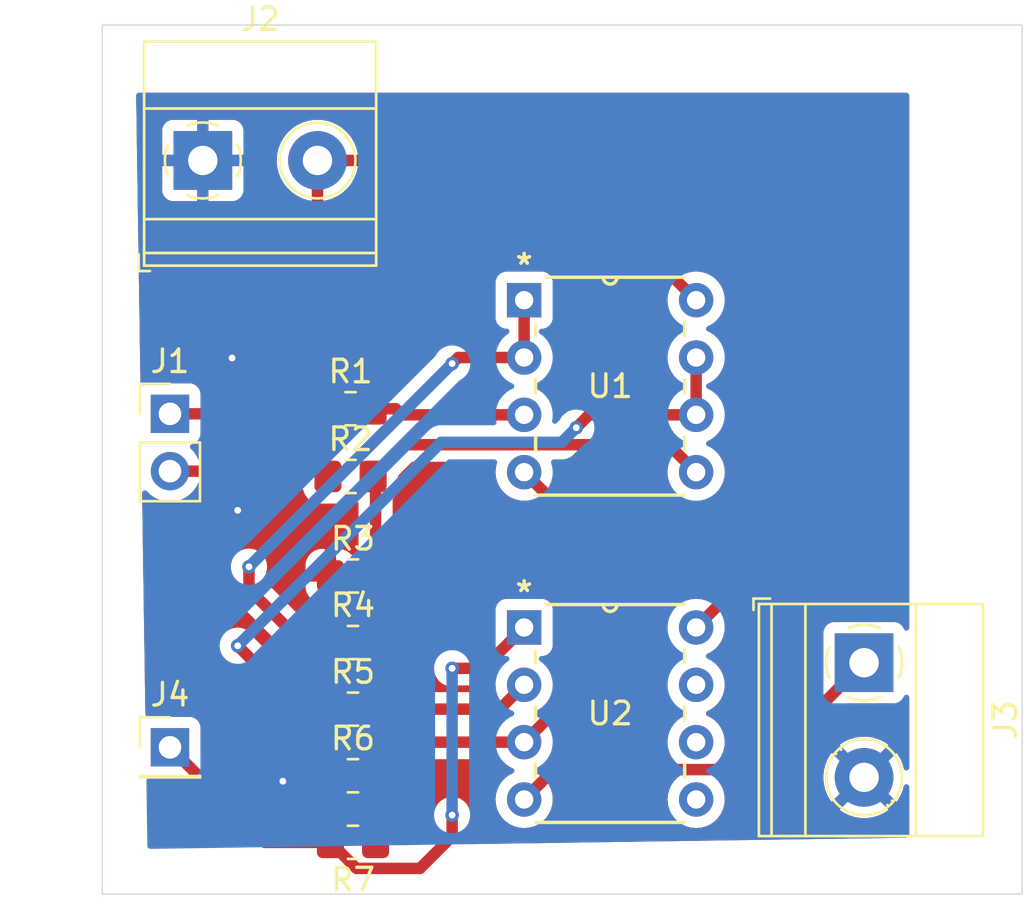
<source format=kicad_pcb>
(kicad_pcb (version 20240108) (generator "pcbnew") (generator_version "8.0")
  (layers (0 "F.Cu" signal) (31 "B.Cu" signal) (34 "B.Paste" user) (35 "F.Paste" user) (36 "B.SilkS" user "B.Silkscreen") (37 "F.SilkS" user "F.Silkscreen") (38 "B.Mask" user) (39 "F.Mask" user) (44 "Edge.Cuts" user))
  (net 0 "")
  (net 1 "+3V3")
  (net 2 "/Input_Probe_1")
  (net 3 "Net-(U1B-+)")
  (net 4 "/Input_Probe_2")
  (net 5 "GND")
  (net 6 "Net-(U2A-+)")
  (net 7 "Net-(U1A--)")
  (net 8 "Net-(U2A--)")
  (net 9 "Net-(U1B--)")
  (net 10 "/Moisture_Sensor_Output")
  (net 11 "-3V3")
  (footprint "Resistor_SMD:R_0805_2012Metric_Pad1.20x1.40mm_HandSolder" (layer "F.Cu") (at 130.1084 104.2088 180)
    (property "Reference" "R7" (at 0 -1.65 0) (layer "F.SilkS"))
    (property "Value" "1K")
    (fp_line (start -0.227064 0.735) (end 0.227064 0.735) (stroke (width 0.12)) (layer "F.SilkS"))
    (fp_line (start -0.227064 -0.735) (end 0.227064 -0.735) (stroke (width 0.12)) (layer "F.SilkS"))
    (pad "1" smd roundrect (at -1 0 180) (size 1.2 1.4) (layers "F.Cu" "F.Paste" "F.Mask") (roundrect_rratio 0.208333) (net 8 "Net-(U2A--)"))
    (pad "2" smd roundrect (at 1 0 180) (size 1.2 1.4) (layers "F.Cu" "F.Paste" "F.Mask") (roundrect_rratio 0.208333) (net 10 "/Moisture_Sensor_Output"))
  )
  (footprint "Connector_PinHeader_2.54mm:PinHeader_1x02_P2.54mm_Vertical" (layer "F.Cu") (at 122 85.225)
    (property "Reference" "J1" (at 0 -2.33 0) (layer "F.SilkS"))
    (property "Value" "Conn_01x02_Socket")
    (fp_line (start -1.33 -1.33) (end 0 -1.33) (stroke (width 0.12)) (layer "F.SilkS"))
    (fp_line (start -1.33 0) (end -1.33 -1.33) (stroke (width 0.12)) (layer "F.SilkS"))
    (fp_line (start -1.33 1.27) (end -1.33 3.87) (stroke (width 0.12)) (layer "F.SilkS"))
    (fp_line (start -1.33 1.27) (end 1.33 1.27) (stroke (width 0.12)) (layer "F.SilkS"))
    (fp_line (start -1.33 3.87) (end 1.33 3.87) (stroke (width 0.12)) (layer "F.SilkS"))
    (fp_line (start 1.33 1.27) (end 1.33 3.87) (stroke (width 0.12)) (layer "F.SilkS"))
    (pad "1" thru_hole rect (at 0 0) (size 1.7 1.7) (drill 1) (layers "*.Cu" "*.Mask") (net 2 "/Input_Probe_1"))
    (pad "2" thru_hole oval (at 0 2.54) (size 1.7 1.7) (drill 1) (layers "*.Cu" "*.Mask") (net 4 "/Input_Probe_2"))
  )
  (footprint "Resistor_SMD:R_0805_2012Metric_Pad1.20x1.40mm_HandSolder" (layer "F.Cu") (at 130.1084 101.2588)
    (property "Reference" "R6" (at 0 -1.65 0) (layer "F.SilkS"))
    (property "Value" "1K")
    (fp_line (start -0.227064 -0.735) (end 0.227064 -0.735) (stroke (width 0.12)) (layer "F.SilkS"))
    (fp_line (start -0.227064 0.735) (end 0.227064 0.735) (stroke (width 0.12)) (layer "F.SilkS"))
    (pad "1" smd roundrect (at -1 0) (size 1.2 1.4) (layers "F.Cu" "F.Paste" "F.Mask") (roundrect_rratio 0.208333) (net 5 "GND"))
    (pad "2" smd roundrect (at 1 0) (size 1.2 1.4) (layers "F.Cu" "F.Paste" "F.Mask") (roundrect_rratio 0.208333) (net 6 "Net-(U2A-+)"))
  )
  (footprint "Resistor_SMD:R_0805_2012Metric_Pad1.20x1.40mm_HandSolder" (layer "F.Cu") (at 130 85)
    (property "Reference" "R1" (at 0 -1.65 0) (layer "F.SilkS"))
    (property "Value" "100K")
    (fp_line (start -0.227064 -0.735) (end 0.227064 -0.735) (stroke (width 0.12)) (layer "F.SilkS"))
    (fp_line (start -0.227064 0.735) (end 0.227064 0.735) (stroke (width 0.12)) (layer "F.SilkS"))
    (pad "1" smd roundrect (at -1 0) (size 1.2 1.4) (layers "F.Cu" "F.Paste" "F.Mask") (roundrect_rratio 0.208333) (net 2 "/Input_Probe_1"))
    (pad "2" smd roundrect (at 1 0) (size 1.2 1.4) (layers "F.Cu" "F.Paste" "F.Mask") (roundrect_rratio 0.208333) (net 1 "+3V3"))
  )
  (footprint "Resistor_SMD:R_0805_2012Metric_Pad1.20x1.40mm_HandSolder" (layer "F.Cu") (at 130.1084 98.3088)
    (property "Reference" "R5" (at 0 -1.65 0) (layer "F.SilkS"))
    (property "Value" "1K")
    (fp_line (start -0.227064 -0.735) (end 0.227064 -0.735) (stroke (width 0.12)) (layer "F.SilkS"))
    (fp_line (start -0.227064 0.735) (end 0.227064 0.735) (stroke (width 0.12)) (layer "F.SilkS"))
    (pad "1" smd roundrect (at -1 0) (size 1.2 1.4) (layers "F.Cu" "F.Paste" "F.Mask") (roundrect_rratio 0.208333) (net 9 "Net-(U1B--)"))
    (pad "2" smd roundrect (at 1 0) (size 1.2 1.4) (layers "F.Cu" "F.Paste" "F.Mask") (roundrect_rratio 0.208333) (net 8 "Net-(U2A--)"))
  )
  (footprint "Resistor_SMD:R_0805_2012Metric_Pad1.20x1.40mm_HandSolder" (layer "F.Cu") (at 130.1084 95.3588)
    (property "Reference" "R4" (at 0 -1.65 0) (layer "F.SilkS"))
    (property "Value" "1K")
    (fp_line (start -0.227064 -0.735) (end 0.227064 -0.735) (stroke (width 0.12)) (layer "F.SilkS"))
    (fp_line (start -0.227064 0.735) (end 0.227064 0.735) (stroke (width 0.12)) (layer "F.SilkS"))
    (pad "1" smd roundrect (at -1 0) (size 1.2 1.4) (layers "F.Cu" "F.Paste" "F.Mask") (roundrect_rratio 0.208333) (net 7 "Net-(U1A--)"))
    (pad "2" smd roundrect (at 1 0) (size 1.2 1.4) (layers "F.Cu" "F.Paste" "F.Mask") (roundrect_rratio 0.208333) (net 6 "Net-(U2A-+)"))
  )
  (footprint "footprints:N08E" (layer "F.Cu") (at 145.31 102.31)
    (property "Reference" "U2" (at -3.81 -3.81 0) (layer "F.SilkS"))
    (property "Value" "LM358")
    (fp_line (start -7.112 -6.52526) (end -7.112 -6.049738) (stroke (width 0.1524)) (layer "F.SilkS"))
    (fp_line (start -7.112 -4.110262) (end -7.112 -3.509738) (stroke (width 0.1524)) (layer "F.SilkS"))
    (fp_line (start -7.112 -1.570262) (end -7.112 -0.969738) (stroke (width 0.1524)) (layer "F.SilkS"))
    (fp_line (start -7.112 1.016) (end -0.508 1.016) (stroke (width 0.1524)) (layer "F.SilkS"))
    (fp_line (start -0.508 -8.636) (end -6.643058 -8.636) (stroke (width 0.1524)) (layer "F.SilkS"))
    (fp_line (start -0.508 -6.049738) (end -0.508 -6.650262) (stroke (width 0.1524)) (layer "F.SilkS"))
    (fp_line (start -0.508 -3.509738) (end -0.508 -4.110262) (stroke (width 0.1524)) (layer "F.SilkS"))
    (fp_line (start -0.508 -0.969738) (end -0.508 -1.570262) (stroke (width 0.1524)) (layer "F.SilkS"))
    (fp_arc (start -3.5052 -8.636) (mid -3.81 -8.3312) (end -4.1148 -8.636) (stroke (width 0.1524)) (layer "F.SilkS"))
    (fp_text user "*" (at -7.62 -9.144 0) (layer "F.SilkS"))
    (fp_text user "*" (at -7.62 -9.144 0) (layer "F.SilkS"))
    (pad "1" thru_hole rect (at -7.62 -7.62) (size 1.524 1.524) (drill 0.8128) (layers "*.Cu" "*.Mask") (net 10 "/Moisture_Sensor_Output"))
    (pad "2" thru_hole circle (at -7.62 -5.08) (size 1.524 1.524) (drill 0.8128) (layers "*.Cu" "*.Mask") (net 8 "Net-(U2A--)"))
    (pad "3" thru_hole circle (at -7.62 -2.54) (size 1.524 1.524) (drill 0.8128) (layers "*.Cu" "*.Mask") (net 6 "Net-(U2A-+)"))
    (pad "4" thru_hole circle (at -7.62 0) (size 1.524 1.524) (drill 0.8128) (layers "*.Cu" "*.Mask") (net 11 "-3V3"))
    (pad "5" thru_hole circle (at 0 0) (size 1.524 1.524) (drill 0.8128) (layers "*.Cu" "*.Mask"))
    (pad "6" thru_hole circle (at 0 -2.54) (size 1.524 1.524) (drill 0.8128) (layers "*.Cu" "*.Mask"))
    (pad "7" thru_hole circle (at 0 -5.08) (size 1.524 1.524) (drill 0.8128) (layers "*.Cu" "*.Mask"))
    (pad "8" thru_hole circle (at 0 -7.62) (size 1.524 1.524) (drill 0.8128) (layers "*.Cu" "*.Mask") (net 1 "+3V3"))
  )
  (footprint "Resistor_SMD:R_0805_2012Metric_Pad1.20x1.40mm_HandSolder" (layer "F.Cu") (at 130.1084 92.4088)
    (property "Reference" "R3" (at 0 -1.65 0) (layer "F.SilkS"))
    (property "Value" "10M")
    (fp_line (start -0.227064 -0.735) (end 0.227064 -0.735) (stroke (width 0.12)) (layer "F.SilkS"))
    (fp_line (start -0.227064 0.735) (end 0.227064 0.735) (stroke (width 0.12)) (layer "F.SilkS"))
    (pad "1" smd roundrect (at -1 0) (size 1.2 1.4) (layers "F.Cu" "F.Paste" "F.Mask") (roundrect_rratio 0.208333) (net 5 "GND"))
    (pad "2" smd roundrect (at 1 0) (size 1.2 1.4) (layers "F.Cu" "F.Paste" "F.Mask") (roundrect_rratio 0.208333) (net 3 "Net-(U1B-+)"))
  )
  (footprint "footprints:N08E" (layer "F.Cu") (at 145.31 87.81)
    (property "Reference" "U1" (at -3.81 -3.81 0) (layer "F.SilkS"))
    (property "Value" "LM358")
    (fp_line (start -7.112 -6.52526) (end -7.112 -6.049738) (stroke (width 0.1524)) (layer "F.SilkS"))
    (fp_line (start -7.112 -4.110262) (end -7.112 -3.509738) (stroke (width 0.1524)) (layer "F.SilkS"))
    (fp_line (start -7.112 -1.570262) (end -7.112 -0.969738) (stroke (width 0.1524)) (layer "F.SilkS"))
    (fp_line (start -7.112 1.016) (end -0.508 1.016) (stroke (width 0.1524)) (layer "F.SilkS"))
    (fp_line (start -0.508 -8.636) (end -6.643058 -8.636) (stroke (width 0.1524)) (layer "F.SilkS"))
    (fp_line (start -0.508 -6.049738) (end -0.508 -6.650262) (stroke (width 0.1524)) (layer "F.SilkS"))
    (fp_line (start -0.508 -3.509738) (end -0.508 -4.110262) (stroke (width 0.1524)) (layer "F.SilkS"))
    (fp_line (start -0.508 -0.969738) (end -0.508 -1.570262) (stroke (width 0.1524)) (layer "F.SilkS"))
    (fp_arc (start -3.5052 -8.636) (mid -3.81 -8.3312) (end -4.1148 -8.636) (stroke (width 0.1524)) (layer "F.SilkS"))
    (fp_text user "*" (at -7.62 -9.144 0) (layer "F.SilkS"))
    (fp_text user "*" (at -7.62 -9.144 0) (layer "F.SilkS"))
    (pad "1" thru_hole rect (at -7.62 -7.62) (size 1.524 1.524) (drill 0.8128) (layers "*.Cu" "*.Mask") (net 7 "Net-(U1A--)"))
    (pad "2" thru_hole circle (at -7.62 -5.08) (size 1.524 1.524) (drill 0.8128) (layers "*.Cu" "*.Mask") (net 7 "Net-(U1A--)"))
    (pad "3" thru_hole circle (at -7.62 -2.54) (size 1.524 1.524) (drill 0.8128) (layers "*.Cu" "*.Mask") (net 1 "+3V3"))
    (pad "4" thru_hole circle (at -7.62 0) (size 1.524 1.524) (drill 0.8128) (layers "*.Cu" "*.Mask") (net 11 "-3V3"))
    (pad "5" thru_hole circle (at 0 0) (size 1.524 1.524) (drill 0.8128) (layers "*.Cu" "*.Mask") (net 3 "Net-(U1B-+)"))
    (pad "6" thru_hole circle (at 0 -2.54) (size 1.524 1.524) (drill 0.8128) (layers "*.Cu" "*.Mask") (net 9 "Net-(U1B--)"))
    (pad "7" thru_hole circle (at 0 -5.08) (size 1.524 1.524) (drill 0.8128) (layers "*.Cu" "*.Mask") (net 9 "Net-(U1B--)"))
    (pad "8" thru_hole circle (at 0 -7.62) (size 1.524 1.524) (drill 0.8128) (layers "*.Cu" "*.Mask") (net 1 "+3V3"))
  )
  (footprint "Resistor_SMD:R_0805_2012Metric_Pad1.20x1.40mm_HandSolder" (layer "F.Cu") (at 130 88)
    (property "Reference" "R2" (at 0 -1.65 0) (layer "F.SilkS"))
    (property "Value" "100K")
    (fp_line (start -0.227064 -0.735) (end 0.227064 -0.735) (stroke (width 0.12)) (layer "F.SilkS"))
    (fp_line (start -0.227064 0.735) (end 0.227064 0.735) (stroke (width 0.12)) (layer "F.SilkS"))
    (pad "1" smd roundrect (at -1 0) (size 1.2 1.4) (layers "F.Cu" "F.Paste" "F.Mask") (roundrect_rratio 0.208333) (net 4 "/Input_Probe_2"))
    (pad "2" smd roundrect (at 1 0) (size 1.2 1.4) (layers "F.Cu" "F.Paste" "F.Mask") (roundrect_rratio 0.208333) (net 3 "Net-(U1B-+)"))
  )
  (footprint "Connector_PinHeader_2.54mm:PinHeader_1x01_P2.54mm_Vertical" (layer "F.Cu") (at 122 100)
    (property "Reference" "J4" (at 0 -2.33 0) (layer "F.SilkS"))
    (property "Value" "Conn_01x01_Pin")
    (fp_line (start -1.33 -1.33) (end 0 -1.33) (stroke (width 0.12)) (layer "F.SilkS"))
    (fp_line (start -1.33 0) (end -1.33 -1.33) (stroke (width 0.12)) (layer "F.SilkS"))
    (fp_line (start -1.33 1.27) (end -1.33 1.33) (stroke (width 0.12)) (layer "F.SilkS"))
    (fp_line (start -1.33 1.27) (end 1.33 1.27) (stroke (width 0.12)) (layer "F.SilkS"))
    (fp_line (start -1.33 1.33) (end 1.33 1.33) (stroke (width 0.12)) (layer "F.SilkS"))
    (fp_line (start 1.33 1.27) (end 1.33 1.33) (stroke (width 0.12)) (layer "F.SilkS"))
    (pad "1" thru_hole rect (at 0 0) (size 1.7 1.7) (drill 1) (layers "*.Cu" "*.Mask") (net 10 "/Moisture_Sensor_Output"))
  )
  (footprint "TerminalBlock_Phoenix:TerminalBlock_Phoenix_MKDS-1,5-2-5.08_1x02_P5.08mm_Horizontal" (layer "F.Cu") (at 152.75 96.25 -90)
    (property "Reference" "J3" (at 2.54 -6.26 90) (layer "F.SilkS"))
    (property "Value" "Screw_Terminal_01x02")
    (fp_line (start -2.84 4.9) (end -2.34 4.9) (stroke (width 0.12)) (layer "F.SilkS"))
    (fp_line (start -2.6 4.66) (end 7.68 4.66) (stroke (width 0.12)) (layer "F.SilkS"))
    (fp_line (start -2.84 4.16) (end -2.84 4.9) (stroke (width 0.12)) (layer "F.SilkS"))
    (fp_line (start -2.6 4.1) (end 7.68 4.1) (stroke (width 0.12)) (layer "F.SilkS"))
    (fp_line (start -2.6 2.6) (end 7.68 2.6) (stroke (width 0.12)) (layer "F.SilkS"))
    (fp_line (start 4.046 1.239) (end 4.011 1.274) (stroke (width 0.12)) (layer "F.SilkS"))
    (fp_line (start 3.853 1.023) (end 3.806 1.069) (stroke (width 0.12)) (layer "F.SilkS"))
    (fp_line (start 6.355 -1.069) (end 6.308 -1.023) (stroke (width 0.12)) (layer "F.SilkS"))
    (fp_line (start 6.15 -1.275) (end 6.115 -1.239) (stroke (width 0.12)) (layer "F.SilkS"))
    (fp_line (start -2.6 -2.301) (end 7.68 -2.301) (stroke (width 0.12)) (layer "F.SilkS"))
    (fp_line (start -2.6 -5.261) (end -2.6 4.66) (stroke (width 0.12)) (layer "F.SilkS"))
    (fp_line (start -2.6 -5.261) (end 7.68 -5.261) (stroke (width 0.12)) (layer "F.SilkS"))
    (fp_line (start 7.68 -5.261) (end 7.68 4.66) (stroke (width 0.12)) (layer "F.SilkS"))
    (fp_arc (start 0.028805 1.680253) (mid -0.335551 1.646659) (end -0.684 1.535) (stroke (width 0.12)) (layer "F.SilkS"))
    (fp_arc (start 0.683318 1.534756) (mid 0.349292 1.643288) (end 0 1.68) (stroke (width 0.12)) (layer "F.SilkS"))
    (fp_arc (start -1.535427 0.683042) (mid -1.680501 -0.000524) (end -1.535 -0.684) (stroke (width 0.12)) (layer "F.SilkS"))
    (fp_arc (start 1.535427 -0.683042) (mid 1.680501 0.000524) (end 1.535 0.684) (stroke (width 0.12)) (layer "F.SilkS"))
    (fp_arc (start -0.683042 -1.535427) (mid 0.000524 -1.680501) (end 0.684 -1.535) (stroke (width 0.12)) (layer "F.SilkS"))
    (fp_circle (center 5.08 0) (end 6.76 0) (stroke (width 0.12)) (fill none) (layer "F.SilkS"))
    (pad "1" thru_hole rect (at 0 0 270) (size 2.6 2.6) (drill 1.3) (layers "*.Cu" "*.Mask") (net 11 "-3V3"))
    (pad "2" thru_hole circle (at 5.08 0 270) (size 2.6 2.6) (drill 1.3) (layers "*.Cu" "*.Mask") (net 5 "GND"))
  )
  (footprint "TerminalBlock_Phoenix:TerminalBlock_Phoenix_MKDS-1,5-2-5.08_1x02_P5.08mm_Horizontal" (layer "F.Cu") (at 123.455 74)
    (property "Reference" "J2" (at 2.54 -6.26 0) (layer "F.SilkS"))
    (property "Value" "Moisture_Power")
    (fp_line (start -2.84 4.16) (end -2.84 4.9) (stroke (width 0.12)) (layer "F.SilkS"))
    (fp_line (start -2.84 4.9) (end -2.34 4.9) (stroke (width 0.12)) (layer "F.SilkS"))
    (fp_line (start -2.6 -5.261) (end -2.6 4.66) (stroke (width 0.12)) (layer "F.SilkS"))
    (fp_line (start -2.6 -5.261) (end 7.68 -5.261) (stroke (width 0.12)) (layer "F.SilkS"))
    (fp_line (start -2.6 -2.301) (end 7.68 -2.301) (stroke (width 0.12)) (layer "F.SilkS"))
    (fp_line (start -2.6 2.6) (end 7.68 2.6) (stroke (width 0.12)) (layer "F.SilkS"))
    (fp_line (start -2.6 4.1) (end 7.68 4.1) (stroke (width 0.12)) (layer "F.SilkS"))
    (fp_line (start -2.6 4.66) (end 7.68 4.66) (stroke (width 0.12)) (layer "F.SilkS"))
    (fp_line (start 3.853 1.023) (end 3.806 1.069) (stroke (width 0.12)) (layer "F.SilkS"))
    (fp_line (start 4.046 1.239) (end 4.011 1.274) (stroke (width 0.12)) (layer "F.SilkS"))
    (fp_line (start 6.15 -1.275) (end 6.115 -1.239) (stroke (width 0.12)) (layer "F.SilkS"))
    (fp_line (start 6.355 -1.069) (end 6.308 -1.023) (stroke (width 0.12)) (layer "F.SilkS"))
    (fp_line (start 7.68 -5.261) (end 7.68 4.66) (stroke (width 0.12)) (layer "F.SilkS"))
    (fp_arc (start -1.535427 0.683042) (mid -1.680501 -0.000524) (end -1.535 -0.684) (stroke (width 0.12)) (layer "F.SilkS"))
    (fp_arc (start -0.683042 -1.535427) (mid 0.000524 -1.680501) (end 0.684 -1.535) (stroke (width 0.12)) (layer "F.SilkS"))
    (fp_arc (start 0.028805 1.680253) (mid -0.335551 1.646659) (end -0.684 1.535) (stroke (width 0.12)) (layer "F.SilkS"))
    (fp_arc (start 0.683318 1.534756) (mid 0.349292 1.643288) (end 0 1.68) (stroke (width 0.12)) (layer "F.SilkS"))
    (fp_arc (start 1.535427 -0.683042) (mid 1.680501 0.000524) (end 1.535 0.684) (stroke (width 0.12)) (layer "F.SilkS"))
    (fp_circle (center 5.08 0) (end 6.76 0) (stroke (width 0.12)) (fill none) (layer "F.SilkS"))
    (pad "1" thru_hole rect (at 0 0) (size 2.6 2.6) (drill 1.3) (layers "*.Cu" "*.Mask") (net 5 "GND"))
    (pad "2" thru_hole circle (at 5.08 0) (size 2.6 2.6) (drill 1.3) (layers "*.Cu" "*.Mask") (net 1 "+3V3"))
  )
  (gr_rect (start 119 68) (end 159.75 106.5) (stroke (width 0.05)) (fill none) (layer "Edge.Cuts"))
  (segment (start 128.535 82.535) (end 131 85) (width 0.508) (layer "F.Cu") (net 1))
  (segment (start 131 85) (end 132 85) (width 0.508) (layer "F.Cu") (net 1))
  (segment (start 152 88) (end 152 74) (width 0.508) (layer "F.Cu") (net 1))
  (segment (start 152 74) (end 139.12 74) (width 0.508) (layer "F.Cu") (net 1))
  (segment (start 128.535 74) (end 139.12 74) (width 0.508) (layer "F.Cu") (net 1))
  (segment (start 139.12 74) (end 145.31 80.19) (width 0.508) (layer "F.Cu") (net 1))
  (segment (start 132.27 85.27) (end 137.69 85.27) (width 0.508) (layer "F.Cu") (net 1))
  (segment (start 128.535 74) (end 128.535 82.535) (width 0.508) (layer "F.Cu") (net 1))
  (segment (start 145.31 94.69) (end 152 88) (width 0.508) (layer "F.Cu") (net 1))
  (segment (start 132 85) (end 132.27 85.27) (width 0.508) (layer "F.Cu") (net 1))
  (segment (start 128.775 85.225) (end 129 85) (width 0.508) (layer "F.Cu") (net 2))
  (segment (start 122 85.225) (end 128.775 85.225) (width 0.508) (layer "F.Cu") (net 2))
  (segment (start 131.1084 88.1084) (end 131 88) (width 0.508) (layer "F.Cu") (net 3))
  (segment (start 132.406 86.594) (end 144.094 86.594) (width 0.508) (layer "F.Cu") (net 3))
  (segment (start 144.094 86.594) (end 145.31 87.81) (width 0.508) (layer "F.Cu") (net 3))
  (segment (start 131 88) (end 132.406 86.594) (width 0.508) (layer "F.Cu") (net 3))
  (segment (start 131.1084 92.4088) (end 131.1084 88.1084) (width 0.508) (layer "F.Cu") (net 3))
  (segment (start 128.765 87.765) (end 129 88) (width 0.508) (layer "F.Cu") (net 4))
  (segment (start 122 87.765) (end 128.765 87.765) (width 0.508) (layer "F.Cu") (net 4))
  (segment (start 129.1084 101.2588) (end 127.2412 101.2588) (width 0.508) (layer "F.Cu") (net 5))
  (segment (start 127.2412 101.2588) (end 127 101.5) (width 0.508) (layer "F.Cu") (net 5))
  (via (at 127 101.5) (size 0.6) (drill 0.3) (layers "F.Cu" "B.Cu") (net 5))
  (via (at 125 89.5) (size 0.6) (drill 0.3) (layers "F.Cu" "B.Cu") (net 5))
  (via (at 124.75 82.75) (size 0.6) (drill 0.3) (layers "F.Cu" "B.Cu") (net 5))
  (segment (start 125 83) (end 124.75 82.75) (width 0.508) (layer "B.Cu") (net 5))
  (segment (start 125 89.5) (end 125 83) (width 0.508) (layer "B.Cu") (net 5))
  (segment (start 133.1412 95.3588) (end 131.1084 95.3588) (width 0.508) (layer "F.Cu") (net 6))
  (segment (start 140.5 92.5) (end 139 91) (width 0.508) (layer "F.Cu") (net 6))
  (segment (start 137.69 99.77) (end 140.5 96.96) (width 0.508) (layer "F.Cu") (net 6))
  (segment (start 137.5 91) (end 133.1412 95.3588) (width 0.508) (layer "F.Cu") (net 6))
  (segment (start 132.5972 99.77) (end 131.1084 101.2588) (width 0.508) (layer "F.Cu") (net 6))
  (segment (start 140.5 96.96) (end 140.5 92.5) (width 0.508) (layer "F.Cu") (net 6))
  (segment (start 139 91) (end 137.5 91) (width 0.508) (layer "F.Cu") (net 6))
  (segment (start 137.69 99.77) (end 132.5972 99.77) (width 0.508) (layer "F.Cu") (net 6))
  (segment (start 134.77 82.73) (end 134.5 83) (width 0.508) (layer "F.Cu") (net 7))
  (segment (start 137.69 82.73) (end 134.77 82.73) (width 0.508) (layer "F.Cu") (net 7))
  (segment (start 127.8588 95.3588) (end 129.1084 95.3588) (width 0.508) (layer "F.Cu") (net 7))
  (segment (start 125.5 93) (end 127.8588 95.3588) (width 0.508) (layer "F.Cu") (net 7))
  (segment (start 137.69 80.19) (end 137.69 82.73) (width 0.508) (layer "F.Cu") (net 7))
  (segment (start 125.5 92) (end 125.5 93) (width 0.508) (layer "F.Cu") (net 7))
  (via (at 125.5 92) (size 0.6) (drill 0.3) (layers "F.Cu" "B.Cu") (net 7))
  (via (at 134.5 83) (size 0.6) (drill 0.3) (layers "F.Cu" "B.Cu") (net 7))
  (segment (start 134.5 83) (end 125.5 92) (width 0.508) (layer "B.Cu") (net 7))
  (segment (start 131.1084 103.5088) (end 130.5996 103) (width 0.508) (layer "F.Cu") (net 8))
  (segment (start 126 102.5) (end 126 100.5) (width 0.508) (layer "F.Cu") (net 8))
  (segment (start 126 100.5) (end 127 99.5) (width 0.508) (layer "F.Cu") (net 8))
  (segment (start 136.6112 98.3088) (end 137.69 97.23) (width 0.508) (layer "F.Cu") (net 8))
  (segment (start 131.1084 98.3088) (end 136.6112 98.3088) (width 0.508) (layer "F.Cu") (net 8))
  (segment (start 129.9544 99.4628) (end 131.1084 98.3088) (width 0.508) (layer "F.Cu") (net 8))
  (segment (start 126.5 103) (end 126 102.5) (width 0.508) (layer "F.Cu") (net 8))
  (segment (start 127 99.5) (end 128.9628 99.5) (width 0.508) (layer "F.Cu") (net 8))
  (segment (start 130.5996 103) (end 126.5 103) (width 0.508) (layer "F.Cu") (net 8))
  (segment (start 129 99.4628) (end 129.9544 99.4628) (width 0.508) (layer "F.Cu") (net 8))
  (segment (start 128.9628 99.5) (end 129 99.4628) (width 0.508) (layer "F.Cu") (net 8))
  (segment (start 131.1084 104.2088) (end 131.1084 103.5088) (width 0.508) (layer "F.Cu") (net 8))
  (segment (start 127.8088 98.3088) (end 129.1084 98.3088) (width 0.508) (layer "F.Cu") (net 9))
  (segment (start 140.57 85.27) (end 140 85.84) (width 0.508) (layer "F.Cu") (net 9))
  (segment (start 145.31 82.73) (end 145.31 85.27) (width 0.508) (layer "F.Cu") (net 9))
  (segment (start 125 95.5) (end 127.8088 98.3088) (width 0.508) (layer "F.Cu") (net 9))
  (segment (start 145.31 85.27) (end 140.57 85.27) (width 0.508) (layer "F.Cu") (net 9))
  (via (at 125 95.5) (size 0.6) (drill 0.3) (layers "F.Cu" "B.Cu") (net 9))
  (via (at 140 85.84) (size 0.6) (drill 0.3) (layers "F.Cu" "B.Cu") (net 9))
  (segment (start 140 85.84) (end 139.354 86.486) (width 0.508) (layer "B.Cu") (net 9))
  (segment (start 134.014 86.486) (end 125 95.5) (width 0.508) (layer "B.Cu") (net 9))
  (segment (start 139.354 86.486) (end 134.014 86.486) (width 0.508) (layer "B.Cu") (net 9))
  (segment (start 134.5 96.5) (end 135.88 96.5) (width 0.508) (layer "F.Cu") (net 10))
  (segment (start 134.5 103.9408) (end 134.5 103) (width 0.508) (layer "F.Cu") (net 10))
  (segment (start 126.2088 104.2088) (end 122 100) (width 0.508) (layer "F.Cu") (net 10))
  (segment (start 130.2624 105.3628) (end 133.078 105.3628) (width 0.508) (layer "F.Cu") (net 10))
  (segment (start 133.078 105.3628) (end 134.5 103.9408) (width 0.508) (layer "F.Cu") (net 10))
  (segment (start 135.88 96.5) (end 137.69 94.69) (width 0.508) (layer "F.Cu") (net 10))
  (segment (start 129.1084 104.2088) (end 130.2624 105.3628) (width 0.508) (layer "F.Cu") (net 10))
  (segment (start 129.1084 104.2088) (end 126.2088 104.2088) (width 0.508) (layer "F.Cu") (net 10))
  (via (at 134.5 96.5) (size 0.6) (drill 0.3) (layers "F.Cu" "B.Cu") (net 10))
  (via (at 134.5 103) (size 0.6) (drill 0.3) (layers "F.Cu" "B.Cu") (net 10))
  (segment (start 134.5 103) (end 134.5 96.5) (width 0.508) (layer "B.Cu") (net 10))
  (segment (start 141.208 98.792) (end 141.208 91.328) (width 0.508) (layer "F.Cu") (net 11))
  (segment (start 152.75 96.25) (end 148.014 100.986) (width 0.508) (layer "F.Cu") (net 11))
  (segment (start 139.014 100.986) (end 141.208 98.792) (width 0.508) (layer "F.Cu") (net 11))
  (segment (start 141.208 91.328) (end 137.69 87.81) (width 0.508) (layer "F.Cu") (net 11))
  (segment (start 139.014 100.986) (end 137.69 102.31) (width 0.508) (layer "F.Cu") (net 11))
  (segment (start 148.014 100.986) (end 139.014 100.986) (width 0.508) (layer "F.Cu") (net 11))
  (zone (net 5) (net_name "GND") (layer "F.Cu") (connect_pads (clearance 0.5)) (min_thickness 0.25) (fill yes (thermal_gap 0.5) (thermal_bridge_width 0.5))
    (polygon (pts (xy 120.5 71) (xy 154.75 71) (xy 154.75 104) (xy 121 104.5)))
  )
  (zone (net 5) (net_name "GND") (layer "B.Cu") (priority 1) (connect_pads (clearance 0.5)) (min_thickness 0.25) (fill yes (thermal_gap 0.5) (thermal_bridge_width 0.5))
    (polygon (pts (xy 120.5 71) (xy 154.75 71) (xy 154.75 104) (xy 121 104.5)))
  )
)
</source>
